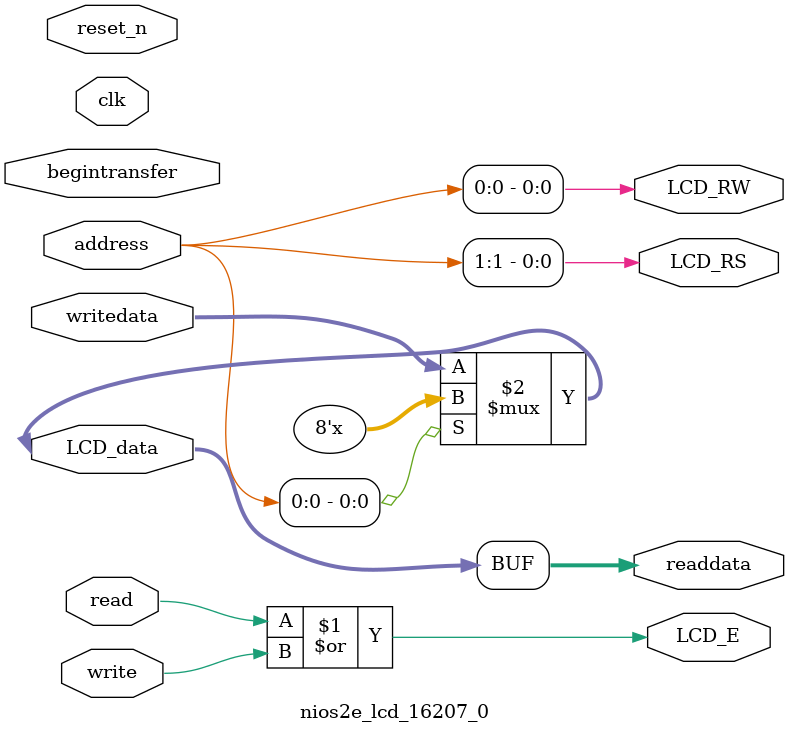
<source format=v>

`timescale 1ns / 1ps
// synthesis translate_on

// turn off superfluous verilog processor warnings 
// altera message_level Level1 
// altera message_off 10034 10035 10036 10037 10230 10240 10030 

module nios2e_lcd_16207_0 (
                            // inputs:
                             address,
                             begintransfer,
                             clk,
                             read,
                             reset_n,
                             write,
                             writedata,

                            // outputs:
                             LCD_E,
                             LCD_RS,
                             LCD_RW,
                             LCD_data,
                             readdata
                          )
;

  output           LCD_E;
  output           LCD_RS;
  output           LCD_RW;
  inout   [  7: 0] LCD_data;
  output  [  7: 0] readdata;
  input   [  1: 0] address;
  input            begintransfer;
  input            clk;
  input            read;
  input            reset_n;
  input            write;
  input   [  7: 0] writedata;


wire             LCD_E;
wire             LCD_RS;
wire             LCD_RW;
wire    [  7: 0] LCD_data;
wire    [  7: 0] readdata;
  assign LCD_RW = address[0];
  assign LCD_RS = address[1];
  assign LCD_E = read | write;
  assign LCD_data = (address[0]) ? {8{1'bz}} : writedata;
  assign readdata = LCD_data;
  //control_slave, which is an e_avalon_slave

endmodule


</source>
